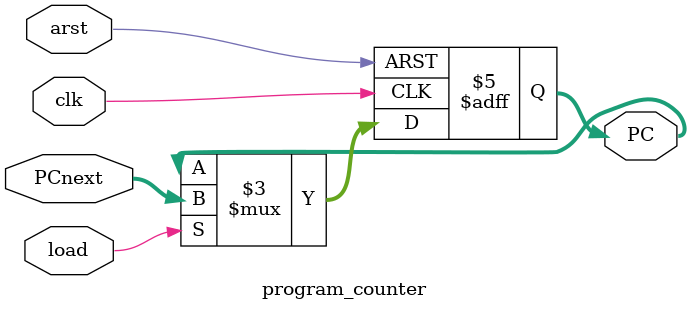
<source format=v>
module program_counter (
	input [31:0] PCnext,
	input clk, arst, load,
	output reg [31:0] PC);

always @(posedge clk or negedge arst) begin
	if (arst==0) begin
	PC<=0;
	end
	else if (load) begin
		PC<= PCnext;
	end
end

endmodule
</source>
